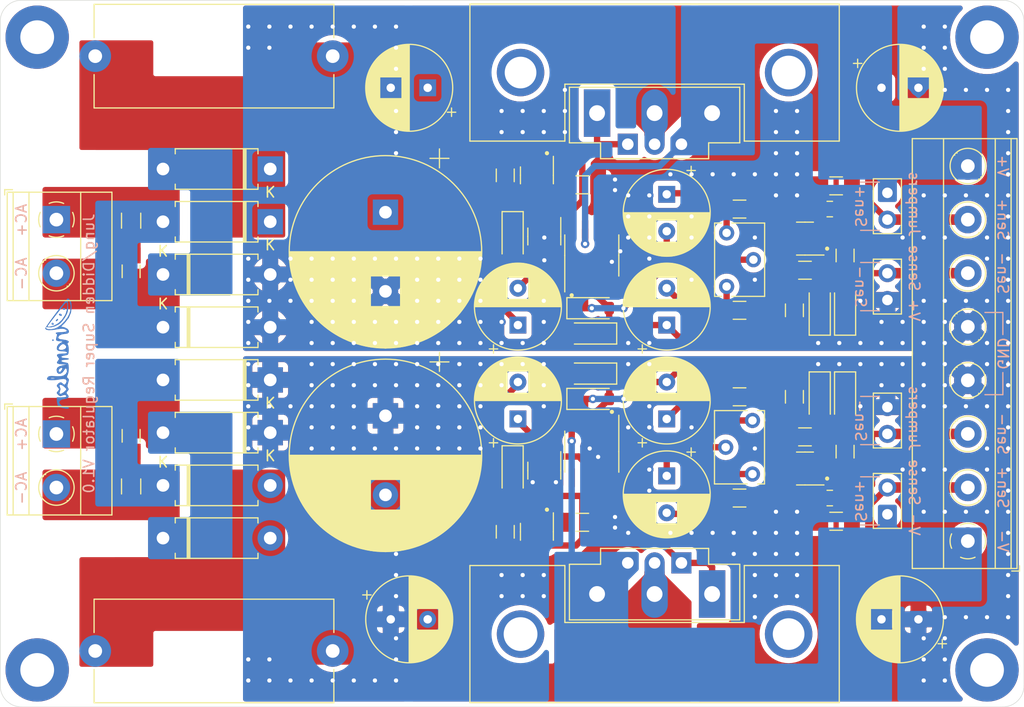
<source format=kicad_pcb>
(kicad_pcb (version 20221018) (generator pcbnew)
  (title_block (title "Jung/Didden Super Regulator") (date "2023-09-25") (rev "V1.0") (company "Laid out by Ariamelon (https://github.com/Ariamelon/JD_SuperReg)") (comment 1 "https://linearaudio.nl/superregs"))
  (layers (0 "F.Cu" signal) (31 "B.Cu" signal) (34 "B.Paste" user) (35 "F.Paste" user) (36 "B.SilkS" user "B.Silkscreen") (37 "F.SilkS" user "F.Silkscreen") (38 "B.Mask" user) (39 "F.Mask" user) (44 "Edge.Cuts" user))
  (net 0 "")
  (net 1 "Net-(C1-Pad2)")
  (net 2 "Net-(D1-A)")
  (net 3 "Net-(D4-K)")
  (net 4 "Net-(C2-Pad2)")
  (net 5 "GND")
  (net 6 "Net-(D1-K)")
  (net 7 "Net-(D2-A)")
  (net 8 "Net-(D3-K)")
  (net 9 "Net-(D3-A)")
  (net 16 "VCC")
  (net 17 "VEE")
  (net 18 "Net-(D15-A)")
  (net 19 "Net-(D16-A)")
  (net 20 "Net-(Q6-B)")
  (net 21 "Net-(Q5-B)")
  (net 22 "Net-(Q1A-E1)")
  (net 23 "Net-(Q1A-B1)")
  (net 24 "Net-(Q2A-E1)")
  (net 25 "Net-(Q2A-B1)")
  (net 26 "Net-(Q1B-E2)")
  (net 27 "Net-(Q9A-E1)")
  (net 28 "Net-(Q9A-B1)")
  (net 29 "Net-(Q10A-E1)")
  (net 30 "Net-(Q10A-B1)")
  (net 31 "Net-(D9-A)")
  (net 32 "Net-(D9-K)")
  (net 33 "Net-(D10-A)")
  (net 34 "Net-(D10-K)")
  (net 35 "Net-(D11-A)")
  (net 36 "Net-(D12-A)")
  (net 37 "Net-(J3-Pin_7)")
  (net 38 "Net-(J3-Pin_2)")
  (net 39 "Net-(Q2B-E2)")
  (net 40 "Net-(D18-A)")
  (net 41 "Net-(D17-A)")
  (net 42 "Net-(D15-K)")
  (net 43 "Net-(D17-K)")
  (net 44 "Net-(D12-K)")
  (net 45 "Net-(D11-K)")
  (net 46 "Net-(R15-Pad2)")
  (net 47 "Net-(R16-Pad1)")
  (net 48 "Net-(R17-Pad2)")
  (net 49 "Net-(R18-Pad1)")
  (net 50 "Net-(Q9B-E2)")
  (net 51 "Net-(Q10B-E2)")
  (footprint "Resistor_SMD:R_MiniMELF_MMA-0204" (layer "F.Cu") (at 125.55 65.6 180)
    (fp_text reference "R17" hide)
    (fp_text value "560" hide)
  )
  (footprint "Resistor_SMD:R_MiniMELF_MMA-0204" (layer "F.Cu") (at 125.55 75.2)
    (fp_text reference "R18" hide)
    (fp_text value "560" hide)
  )
  (footprint "Resistor_SMD:R_MiniMELF_MMA-0204" (layer "F.Cu") (at 134.7 77.4)
    (fp_text reference "R10" hide)
    (fp_text value "120" hide)
  )
  (footprint "Capacitor_THT:CP_Radial_D8.0mm_P3.50mm" (layer "F.Cu") (at 96 36.3 180)
    (fp_text reference "C5" hide)
    (fp_text value "150u" hide)
  )
  (footprint "Diode_THT:D_DO-15_P10.16mm_Horizontal" (layer "F.Cu") (at 70.92 74)
    (fp_text reference "D4" hide)
    (fp_text value "SBYV27" hide)
  )
  (footprint "Ariamelon-Misc:Heatsink" (layer "F.Cu") (at 117.5 34.855)
    (fp_text reference "HS2" hide)
    (fp_text value "Heatsink" hide)
  )
  (footprint "Resistor_SMD:R_MiniMELF_MMA-0204" (layer "F.Cu") (at 103.349999 78.399999 -90)
    (fp_text reference "R6" hide)
    (fp_text value "120" hide)
  )
  (footprint "Ariamelon-HolePad:MountingHole_3.2mm_M3_Pad" (layer "F.Cu") (at 59 91.5)
    (fp_text reference "H2" hide)
    (fp_text value "M3" hide)
  )
  (footprint "Ariamelon-Device:C_1206_3216Metric" (layer "F.Cu") (at 67.9 74.1 90)
    (fp_text reference "C2" hide)
    (fp_text value "100n" hide)
  )
  (footprint "Capacitor_THT:CP_Radial_D8.0mm_P3.50mm" (layer "F.Cu") (at 118.65 67.7 90)
    (fp_text reference "C12" hide)
    (fp_text value "150u" hide)
  )
  (footprint "Resistor_SMD:R_MiniMELF_MMA-0204" (layer "F.Cu") (at 134.7 45.6)
    (fp_text reference "R9" hide)
    (fp_text value "120" hide)
  )
  (footprint "Resistor_SMD:R_MiniMELF_MMA-0204" (layer "F.Cu") (at 135.55 70.8 -90)
    (fp_text reference "R14" hide)
    (fp_text value "10K" hide)
  )
  (footprint "Ariamelon-Package:SOT-23-6" (layer "F.Cu") (at 106.35 78.399999 -90)
    (fp_text reference "Q2" hide)
    (fp_text value "BCM847DS" hide)
  )
  (footprint "Ariamelon-Header:PinHeader_1x02_P2.54mm_Vertical_Jumper" (layer "F.Cu") (at 139.56 66.58)
    (fp_text reference "J6" hide)
    (fp_text value "V-_Sen+_Jumper" hide)
  )
  (footprint "Potentiometer_THT:Potentiometer_Bourns_3266W_Vertical" (layer "F.Cu") (at 124.325 50.06 90)
    (fp_text reference "RV1" hide)
    (fp_text value "1k" hide)
  )
  (footprint "Ariamelon-Package:TO-220-3_TO-247_Combined_Vertical" (layer "F.Cu") (at 117.5 38.7)
    (fp_text reference "Q3" hide)
    (fp_text value "BDW93C" hide)
  )
  (footprint "Resistor_SMD:R_MiniMELF_MMA-0204" (layer "F.Cu") (at 110.65 77.5)
    (fp_text reference "R4" hide)
    (fp_text value "10K" hide)
  )
  (footprint "Ariamelon-Package:SOT-23-6" (layer "F.Cu") (at 131.75 50.6 180)
    (fp_text reference "Q9" hide)
    (fp_text value "BCM857DS" hide)
  )
  (footprint "Capacitor_THT:CP_Radial_D8.0mm_P3.50mm" (layer "F.Cu") (at 118.65 58.8 90)
    (fp_text reference "C11" hide)
    (fp_text value "150u" hide)
  )
  (footprint "Resistor_SMD:R_MiniMELF_MMA-0204" (layer "F.Cu") (at 135.55 52.2 -90)
    (fp_text reference "R13" hide)
    (fp_text value "10K" hide)
  )
  (footprint "Diode_THT:D_DO-15_P10.16mm_Horizontal" (layer "F.Cu") (at 70.92 59)
    (fp_text reference "D5" hide)
    (fp_text value "SBYV27" hide)
  )
  (footprint "Resistor_SMD:R_MiniMELF_MMA-0204" (layer "F.Cu") (at 67.9 69.3 90)
    (fp_text reference "R2" hide)
    (fp_text value "10" hide)
  )
  (footprint "Capacitor_THT:CP_Radial_D8.0mm_P3.50mm" (layer "F.Cu") (at 142.5 86.7 180)
    (fp_text reference "C10" hide)
    (fp_text value "150u" hide)
  )
  (footprint "Capacitor_THT:CP_Radial_D8.0mm_P3.50mm" (layer "F.Cu") (at 139 36.3)
    (fp_text reference "C9" hide)
    (fp_text value "150u" hide)
  )
  (footprint "Capacitor_THT:CP_Radial_D18.0mm_P7.50mm" (layer "F.Cu") (at 92 48.099998 -90)
    (fp_text reference "C3" hide)
    (fp_text value "4700u" hide)
  )
  (footprint "Resistor_SMD:R_MiniMELF_MMA-0204" (layer "F.Cu") (at 131.75 69.4)
    (fp_text reference "R12" hide)
    (fp_text value "120" hide)
  )
  (footprint "Capacitor_THT:CP_Radial_D8.0mm_P3.50mm" (layer "F.Cu") (at 118.65 73.1 -90)
    (fp_text reference "C14" hide)
    (fp_text value "150u" hide)
  )
  (footprint "Diode_SMD:D_SOD-123" (layer "F.Cu") (at 135.55 65.599999 -90)
    (fp_text reference "D17" hide)
    (fp_text value "9V1" hide)
  )
  (footprint "Diode_SMD:D_SOD-123" (layer "F.Cu") (at 135.55 57.4 90)
    (fp_text reference "D16" hide)
    (fp_text value "9V1" hide)
  )
  (footprint "Ariamelon-HolePad:MountingHole_3.2mm_M3_Pad" (layer "F.Cu") (at 149 31.5)
    (fp_text reference "H3" hide)
    (fp_text value "M3" hide)
  )
  (footprint "Resistor_SMD:R_MiniMELF_MMA-0204" (layer "F.Cu") (at 110.65 45.500002)
    (fp_text reference "R3" hide)
    (fp_text value "10K" hide)
  )
  (footprint "Ariamelon-Connector:TerminalBlock_Phoenix_MKDS-1,5-8-5.08_1x08_P5.08mm_Horizontal" (layer "F.Cu") (at 147.18 79.28 90)
    (fp_text reference "J3" hide)
    (fp_text value "Out" hide)
  )
  (footprint "Ariamelon-Header:PinHeader_1x02_P2.54mm_Vertical_Jumper" (layer "F.Cu") (at 139.56 53.88)
    (fp_text reference "J5" hide)
    (fp_text value "V+_Sen-_Jumper" hide)
  )
  (footprint "Diode_SMD:D_SOD-123" (layer "F.Cu") (at 133.15 57.4 90)
    (fp_text reference "D15" hide)
    (fp_text value "9V1" hide)
  )
  (footprint "Diode_SMD:D_SOD-123" (layer "F.Cu") (at 111.55 63.4 180)
    (fp_text reference "D12" hide)
    (fp_text value "4148" hide)
  )
  (footprint "Resistor_SMD:R_MiniMELF_MMA-0204" (layer "F.Cu") (at 131.75 53.6)
    (fp_text reference "R11" hide)
    (fp_text value "120" hide)
  )
  (footprint "Ariamelon-Package:SOT-23-3" (layer "F.Cu") (at 107.049998 50.4 -90)
    (fp_text reference "Q5" hide)
    (fp_text value "MMBT5087" hide)
  )
  (footprint "Diode_SMD:D_SOD-123" (layer "F.Cu") (at 104.05 50.4 -90)
    (fp_text reference "D9" hide)
    (fp_text value "9V1" hide)
  )
  (footprint "Ariamelon-Package:SOT-23-6" (layer "F.Cu") (at 131.75 72.4 180)
    (fp_text reference "Q10" hide)
    (fp_text value "BCM847DS" hide)
  )
  (footprint "Ariamelon-Device:C_0805_2012Metric" (layer "F.Cu") (at 134.1 75.2)
    (fp_text reference "C16" hide)
    (fp_text value "100p" hide)
  )
  (footprint "Diode_THT:D_DO-15_P10.16mm_Horizontal" (layer "F.Cu") (at 70.92 79)
    (fp_text reference "D3" hide)
    (fp_text value "SBYV27" hide)
  )
  (footprint "Ariamelon-HolePad:MountingHole_3.2mm_M3_Pad" (layer "F.Cu") (at 59 31.5)
    (fp_text reference "H1" hide)
    (fp_text value "M3" hide)
  )
  (footprint "Ariamelon-Package:SOIC-8_3.9x4.9mm_P1.27mm" (layer "F.Cu") (at 111.55 70.8 -90)
    (fp_text reference "U2" hide)
    (fp_text value "ADA4522" hide)
  )
  (footprint "Potentiometer_THT:Potentiometer_Bourns_3266W_Vertical" (layer "F.Cu") (at 126.775 72.925 -90)
    (fp_text reference "RV2" hide)
    (fp_text value "1k" hide)
  )
  (footprint "Ariamelon-Header:PinHeader_1x02_P2.54mm_Vertical_Jumper" (layer "F.Cu") (at 139.56 74.2)
    (fp_text reference "J7" hide)
    (fp_text value "V-_Sen-_Jumper" hide)
  )
  (footprint "Fuse:Fuseholder_Cylinder-5x20mm_Schurter_0031_8201_Horizontal_Open" (layer "F.Cu") (at 64.5 33.3)
    (fp_text reference "F1" hide)
    (fp_text value "Fuse_Small" hide)
  )
  (footprint "Ariamelon-Misc:Heatsink" (layer "F.Cu") (at 117.5 88.1 180)
    (fp_text reference "HS1" hide)
    (fp_text value "Heatsink" hide)
  )
  (footprint "Resistor_SMD:R_MiniMELF_MMA-0204" (layer "F.Cu") (at 67.9 53.7 -90)
    (fp_text reference "R1" hide)
    (fp_text value "10" hide)
  )
  (footprint "Resistor_SMD:R_MiniMELF_MMA-0204" (layer "F.Cu") (at 130.75 57.4 -90)
    (fp_text reference "R7" hide)
    (fp_text value "10K" hide)
  )
  (footprint "Diode_SMD:D_SOD-123" (layer "F.Cu") (at 111.55 59.6 180)
    (fp_text reference "D13" hide)
    (fp_text value "4148" hide)
  )
  (footprint "Diode_THT:D_DO-15_P10.16mm_Horizontal" (layer "F.Cu") (at 81.08 49 180)
    (fp_text reference "D1" hide)
    (fp_text value "SBYV27" hide)
  )
  (footprint "Ariamelon-Header:PinHeader_1x02_P2.54mm_Vertical_Jumper" (layer "F.Cu") (at 139.56 46.26)
    (fp_text reference "J4" hide)
    (fp_text value "V+_Sen+_Jumper" hide)
  )
  (footprint "Ariamelon-Package:SOT-23-6" (layer "F.Cu") (at 106.35 44.600001 -90)
    (fp_text reference "Q1" hide)
    (fp_text value "BCM857DS" hide)
  )
  (footprint "Diode_THT:D_DO-15_P10.16mm_Horizontal" (layer "F.Cu") (at 70.92 54)
    (fp_text reference "D6" hide)
    (fp_text value "SBYV27" hide)
  )
  (footprint "Diode_THT:D_DO-15_P10.16mm_Horizontal" (layer "F.Cu") (at 81.08 44 180)
    (fp_text reference "D2" hide)
    (fp_text value "SBYV27" hide)
  )
  (footprint "Capacitor_THT:CP_Radial_D18.0mm_P7.50mm" (layer "F.Cu") (at 92 67.399998 -90)
    (fp_text reference "C4" hide)
    (fp_text value "4700u" hide)
  )
  (footprint "Capacitor_THT:CP_Radial_D8.0mm_P3.50mm" (layer "F.Cu") (at 92.5 86.7)
    (fp_text reference "C6" hide)
    (fp_text value "150u" hide)
  )
  (footprint "Diode_THT:D_DO-15_P10.16mm_Horizontal" (layer "F.Cu") (at 81.08 64 180)
    (fp_text reference "D8" hide)
    (fp_text value "SBYV27" hide)
  )
  (footprint "Resistor_SMD:R_MiniMELF_MMA-0204" (layer "F.Cu") (at 125.55 47.8 180)
    (fp_text reference "R15" hide)
    (fp_text value "560" hide)
  )
  (footprint "Ariamelon-Device:C_0805_2012Metric" (layer "F.Cu") (at 134.1 47.8)
    (fp_text reference "C15" hide)
    (fp_text value "100p" hide)
  )
  (footprint "TerminalBlock_Phoenix:TerminalBlock_Phoenix_MKDS-1,5-2-5.08_1x02_P5.08mm_Horizontal" (layer "F.Cu") (at 60.82 69.125 -90)
    (fp_text reference "J2" hide)
    (fp_text value "V-_In" hide)
  )
  (footprint "Ariamelon-HolePad:MountingHole_3.2mm_M3_Pad" (layer "F.Cu") (at 149 91.5)
    (fp_text reference "H4" hide)
    (fp_text value "M3" hide)
  )
  (footprint "Diode_SMD:D_SOD-123" (layer "F.Cu") (at 133.15 65.6 -90)
    (fp_text reference "D18" hide)
    (fp_text value "9V1" hide)
  )
  (footprint "Ariamelon-Package:TO-220-3_TO-247_Combined_Vertical" (layer "F.Cu") (at 117.5 84.3 180)
    (fp_text reference "Q4" hide)
    (fp_text value "BDW94C" hide)
  )
  (footprint "Fuse:Fuseholder_Cylinder-5x20mm_Schurter_0031_8201_Horizontal_Open" (layer "F.Cu") (at 64.5 89.7)
    (fp_text reference "F2" hide)
    (fp_text value "Fuse_Small" hide)
  )
  (footprint "Capacitor_THT:CP_Radial_D8.0mm_P3.50mm" (layer "F.Cu") (at 104.55 67.7 90)
    (fp_text reference "C8" hide)
    (fp_text value "150u" hide)
  )
  (footprint "Resistor_SMD:R_MiniMELF_MMA-0204" (layer "F.Cu") (at 130.75 65.6 -90)
    (fp_text reference "R8" hide)
    (fp_text value "10K" hide)
  )
  (footprint "Diode_SMD:D_SOD-123" (layer "F.Cu") (at 111.55 57.2)
    (fp_text reference "D11" hide)
    (fp_text value "4148" hide)
  )
  (footprint "Diode_THT:D_DO-15_P10.16mm_Horizontal" (layer "F.Cu") (at 81.08 69 180)
    (fp_text reference "D7" hide)
    (fp_text value "SBYV27" hide)
  )
  (footprint "Ariamelon-Device:C_1206_3216Metric" (layer "F.Cu") (at 67.9 48.9 -90)
    (fp_text reference "C1" hide)
    (fp_text value "100n" hide)
  )
  (footprint "Resistor_SMD:R_MiniMELF_MMA-0204" (layer "F.Cu") (at 125.55 57.4)
    (fp_text reference "R16" hide)
    (fp_text value "560" hide)
  )
  (footprint "Ariamelon-Package:SOIC-8_3.9x4.9mm_P1.27mm" (layer "F.Cu") (at 111.55 52.2 90)
    (fp_text reference "U1" hide)
    (fp_text value "ADA4522" hide)
  )
  (footprint "Capacitor_THT:CP_Radial_D8.0mm_P3.50mm" (layer "F.Cu") (at 118.65 46.4 -90)
    (fp_text reference "C13" hide)
    (fp_text value "150u" hide)
  )
  (footprint "TerminalBlock_Phoenix:TerminalBlock_Phoenix_MKDS-1,5-2-5.08_1x02_P5.08mm_Horizontal" (layer "F.Cu") (at 60.82 48.8 -90)
    (fp_text reference "J1" hide)
    (fp_text value "V+_In" hide)
  )
  (footprint "Resistor_SMD:R_MiniMELF_MMA-0204" (layer "F.Cu") (at 103.349999 44.6 -90)
    (fp_text reference "R5" hide)
    (fp_text value "120" hide)
  )
  (footprint "Capacitor_THT:CP_Radial_D8.0mm_P3.50mm" (layer "F.Cu") (at 104.55 58.8 90)
    (fp_text reference "C7" hide)
    (fp_text value "150u" hide)
  )
  (footprint "Diode_SMD:D_SOD-123" (layer "F.Cu") (at 111.55 65.8)
    (fp_text reference "D14" hide)
    (fp_text value "4148" hide)
  )
  (footprint "Diode_SMD:D_SOD-123" (layer "F.Cu") (at 104.05 72.6 -90)
    (fp_text reference "D10" hide)
    (fp_text value "9V1" hide)
  )
  (footprint "Ariamelon-Package:SOT-23-3" (layer "F.Cu") (at 107.05 72.6 -90)
    (fp_text reference "Q6" hide)
    (fp_text value "MMBT5089" hide)
  )
  (footprint "Ariamelon-Logo:Ariamelon_Logo_Small_CU" (layer "B.Cu") (at 61 61.5 -90)
    (fp_text reference "G***" hide)
    (fp_text value "LOGO" hide)
  )
  (gr_line (start 150.5 65.4) (end 150.5 63.3) (stroke (width 0.12)) (layer "B.SilkS"))
  (gr_line (start 137.02 77.756) (end 138.798 77.756) (stroke (width 0.12)) (layer "B.SilkS"))
  (gr_line (start 137.02 52.864) (end 138.798 52.864) (stroke (width 0.12)) (layer "B.SilkS"))
  (gr_line (start 137.02 57.436) (end 138.798 57.436) (stroke (width 0.12)) (layer "B.SilkS"))
  (gr_line (start 150.5 57.6) (end 148.8 57.6) (stroke (width 0.12)) (layer "B.SilkS"))
  (gr_line (start 137.02 73.184) (end 138.798 73.184) (stroke (width 0.12)) (layer "B.SilkS"))
  (gr_line (start 150.5 65.4) (end 148.8 65.4) (stroke (width 0.12)) (layer "B.SilkS"))
  (gr_line (start 137.02 70.136) (end 138.798 70.136) (stroke (width 0.12)) (layer "B.SilkS"))
  (gr_line (start 150.5 59.7) (end 150.5 57.6) (stroke (width 0.12)) (layer "B.SilkS"))
  (gr_line (start 137.02 45.244) (end 138.798 45.244) (stroke (width 0.12)) (layer "B.SilkS"))
  (gr_line (start 137.02 65.564) (end 138.798 65.564) (stroke (width 0.12)) (layer "B.SilkS"))
  (gr_line (start 137.02 49.816) (end 138.798 49.816) (stroke (width 0.12)) (layer "B.SilkS"))
  (gr_line (start 152.5 30) (end 152.5 93) (stroke (width 0.05)) (layer "Edge.Cuts"))
  (gr_line (start 150.5 95) (end 57.5 95) (stroke (width 0.05)) (layer "Edge.Cuts"))
  (gr_arc (start 57.5 95) (mid 56.085786 94.414214) (end 55.5 93) (stroke (width 0.05)) (layer "Edge.Cuts"))
  (gr_arc (start 55.5 30) (mid 56.085786 28.585786) (end 57.5 28) (stroke (width 0.05)) (layer "Edge.Cuts"))
  (gr_arc (start 150.5 28) (mid 151.914214 28.585786) (end 152.5 30) (stroke (width 0.05)) (layer "Edge.Cuts"))
  (gr_line (start 55.5 93) (end 55.5 30) (stroke (width 0.05)) (layer "Edge.Cuts"))
  (gr_arc (start 152.5 93) (mid 151.914214 94.414214) (end 150.5 95) (stroke (width 0.05)) (layer "Edge.Cuts"))
  (gr_line (start 57.5 28) (end 150.5 28) (stroke (width 0.05)) (layer "Edge.Cuts"))
  (gr_text "V+ Sense Jumpers" (at 142.100001 51.34 270) (layer "B.SilkS") (effects (font (size 1 1)) (justify mirror)))
  (gr_text "Sen+" (at 150.5 74.2 270) (layer "B.SilkS") (effects (font (size 1 1)) (justify mirror)))
  (gr_text "AC+" (at 57.5 69.18 90) (layer "B.SilkS") (effects (font (size 1 1)) (justify mirror)))
  (gr_text "AC-" (at 57.5 53.94 90) (layer "B.SilkS") (effects (font (size 1 1)) (justify mirror)))
  (gr_text "Sen-" (at 150.5 69.12 270) (layer "B.SilkS") (effects (font (size 1 1)) (justify mirror)))
  (gr_text "Sen-" (at 150.5 53.88 -90) (layer "B.SilkS") (effects (font (size 1 1)) (justify mirror)))
  (gr_text "V-" (at 150.5 79.28 270) (layer "B.SilkS") (effects (font (size 1 1)) (justify mirror)))
  (gr_text "AC+" (at 57.5 48.86 90) (layer "B.SilkS") (effects (font (size 1 1)) (justify mirror)))
  (gr_text "Sen-" (at 137.02 67.855 -90) (layer "B.SilkS") (effects (font (size 1 1)) (justify mirror)))
  (gr_text "Jung/Didden Super Regulator V1.0" (at 63.9 61.5 90) (layer "B.SilkS") (effects (font (size 1 1)) (justify mirror)))
  (gr_text "V+" (at 150.5 43.72 -90) (layer "B.SilkS") (effects (font (size 1 1)) (justify mirror)))
  (gr_text "Sen-" (at 137.02 55.155 -90) (layer "B.SilkS") (effects (font (size 1 1)) (justify mirror)))
  (gr_text "AC-" (at 57.5 74.26 90) (layer "B.SilkS") (effects (font (size 1 1)) (justify mirror)))
  (gr_text "GND" (at 150.5 61.5 -90) (layer "B.SilkS") (effects (font (size 1 1)) (justify mirror)))
  (gr_text "Sen+" (at 150.5 48.8 -90) (layer "B.SilkS") (effects (font (size 1 1)) (justify mirror)))
  (gr_text "Sen+" (at 137.02 75.475 -90) (layer "B.SilkS") (effects (font (size 1 1)) (justify mirror)))
  (gr_text "Sen+" (at 137.02 47.535 -90) (layer "B.SilkS") (effects (font (size 1 1)) (justify mirror)))
  (gr_text "V- Sense Jumpers" (at 142.100001 71.66 270) (layer "B.SilkS") (effects (font (size 1 1)) (justify mirror)))
  (segment (start 107.049998 52.655) (end 107.049998 51.6) (width 0.6) (layer "F.Cu") (net 5))
  (segment (start 107.049998 50.500002) (end 107.05 50.5) (width 0.6) (layer "F.Cu") (net 5))
  (segment (start 107.049998 51.6) (end 107.049998 50.500002) (width 0.6) (layer "F.Cu") (net 5))
  (via (at 113.45 52.8) (size 0.8) (drill 0.4) (layers "F.Cu" "B.Cu") (net 5))
  (via (at 99 52.5) (size 0.8) (drill 0.4) (layers "F.Cu" "B.Cu") (net 5))
  (via (at 143 60.5) (size 0.8) (drill 0.4) (layers "F.Cu" "B.Cu") (net 5))
  (via (at 97 68.5) (size 0.8) (drill 0.4) (layers "F.Cu" "B.Cu") (net 5))
  (via (at 95 64.5) (size 0.8) (drill 0.4) (layers "F.Cu" "B.Cu") (net 5))
  (via (at 81 56.5) (size 0.8) (drill 0.4) (layers "F.Cu" "B.Cu") (net 5))
  (via (at 114.25 51.8) (size 0.8) (drill 0.4) (layers "F.Cu" "B.Cu") (net 5))
  (via (at 121 48.5) (size 0.8) (drill 0.4) (layers "F.Cu" "B.Cu") (net 5))
  (via (at 105 38.5) (size 0.8) (drill 0.4) (layers "F.Cu" "B.Cu") (net 5))
  (via (at 151 36.5) (size 0.8) (drill 0.4) (layers "F.Cu" "B.Cu") (net 5))
  (via (at 93 80.5) (size 0.8) (drill 0.4) (layers "F.Cu" "B.Cu") (net 5))
  (via (at 79 90.5) (size 0.8) (drill 0.4) (layers "F.Cu" "B.Cu") (net 5))
  (via (at 129 38.5) (size 0.8) (drill 0.4) (layers "F.Cu" "B.Cu") (net 5))
  (via (at 85 64.5) (size 0.8) (drill 0.4) (layers "F.Cu" "B.Cu") (net 5))
  (via (at 99 64.5) (size 0.8) (drill 0.4) (layers "F.Cu" "B.Cu") (net 5))
  (via (at 121 68.5) (size 0.8) (drill 0.4) (layers "F.Cu" "B.Cu") (net 5))
  (via (at 79 70.5) (size 0.8) (drill 0.4) (layers "F.Cu" "B.Cu") (net 5))
  (via (at 129 84.5) (size 0.8) (drill 0.4) (layers "F.Cu" "B.Cu") (net 5))
  (via (at 149 60.5) (size 0.8) (drill 0.4) (layers "F.Cu" "B.Cu") (net 5))
  (via (at 137 60.5) (size 0.8) (drill 0.4) (layers "F.Cu" "B.Cu") (net 5))
  (via (at 131 46.5) (size 0.8) (drill 0.4) (layers "F.Cu" "B.Cu") (net 5))
  (via (at 151 62.5) (size 0.8) (drill 0.4) (layers "F.Cu" "B.Cu") (net 5))
  (via (at 89 62.5) (size 0.8) (drill 0.4) (layers "F.Cu" "B.Cu") (net 5))
  (via (at 93 88.5) (size 0.8) (drill 0.4) (layers "F.Cu" "B.Cu") (net 5))
  (via (at 89 52.5) (size 0.8) (drill 0.4) (layers "F.Cu" "B.Cu") (net 5))
  (via (at 115 48.5) (size 0.8) (drill 0.4) (layers "F.Cu" "B.Cu") (net 5))
  (via (at 93 38.5) (size 0.8) (drill 0.4) (layers "F.Cu" "B.Cu") (net 5))
  (via (at 151 82.5) (size 0.8) (drill 0.4) (layers "F.Cu" "B.Cu") (net 5))
  (via (at 149 50.5) (size 0.8) (drill 0.4) (layers "F.Cu" "B.Cu") (net 5))
  (via (at 143 46.5) (size 0.8) (drill 0.4) (layers "F.Cu" "B.Cu") (net 5))
  (via (at 149 36.5) (size 0.8) (drill 0.4) (layers "F.Cu" "B.Cu") (net 5))
  (via (at 117 68.5) (size 0.8) (drill 0.4) (layers "F.Cu" "B.Cu") (net 5))
  (via (at 93 58.5) (size 0.8) (drill 0.4) (layers "F.Cu" "B.Cu") (net 5))
  (via (at 141 58.5) (size 0.8) (drill 0.4) (layers "F.Cu" "B.Cu") (net 5))
  (via (at 151 58.5) (size 0.8) (drill 0.4) (layers "F.Cu" "B.Cu") (net 5))
  (via (at 107 62.5) (size 0.8) (drill 0.4) (layers "F.Cu" "B.Cu") (net 5))
  (via (at 147 56.5) (size 0.8) (drill 0.4) (layers "F.Cu" "B.Cu") (net 5))
  (via (at 151 42.5) (size 0.8) (drill 0.4) (layers "F.Cu" "B.Cu") (net 5))
  (via (at 97 70.5) (size 0.8) (drill 0.4) (layers "F.Cu" "B.Cu") (net 5))
  (via (at 89 64.5) (size 0.8) (drill 0.4) (layers "F.Cu" "B.Cu") (net 5))
  (via (at 95 60.5) (size 0.8) (drill 0.4) (layers "F.Cu" "B.Cu") (net 5))
  (via (at 145 62.5) (size 0.8) (drill 0.4) (layers "F.Cu" "B.Cu") (net 5))
  (via (at 87 68.5) (size 0.8) (drill 0.4) (layers "F.Cu" "B.Cu") (net 5))
  (via (at 87 56.5) (size 0.8) (drill 0.4) (layers "F.Cu" "B.Cu") (net 5))
  (via (at 149 76.5) (size 0.8) (drill 0.4) (layers "F.Cu" "B.Cu") (net 5))
  (via (at 101 66.5) (size 0.8) (drill 0.4) (layers "F.Cu" "B.Cu") (net 5))
  (via (at 133 62.5) (size 0.8) (drill 0.4) (layers "F.Cu" "B.Cu") (net 5))
  (via (at 81 30.5) (size 0.8) (drill 0.4) (layers "F.Cu" "B.Cu") (net 5))
  (via (at 141 60.5) (size 0.8) (drill 0.4) (layers "F.Cu" "B.Cu") (net 5))
  (via (at 91 62.5) (size 0.8) (drill 0.4) (layers "F.Cu" "B.Cu") (net 5))
  (via (at 95 68.5) (size 0.8) (drill 0.4) (layers "F.Cu" "B.Cu") (net 5))
  (via (at 107.049998 52.655) (size 0.8) (drill 0.4) (layers "F.Cu" "B.Cu") (net 5))
  (via (at 79 52.5) (size 0.8) (drill 0.4) (layers "F.Cu" "B.Cu") (net 5))
  (via (at 131 42.5) (size 0.8) (drill 0.4) (layers "F.Cu" "B.Cu") (net 5))
  (via (at 85 92.5) (size 0.8) (drill 0.4) (layers "F.Cu" "B.Cu") (net 5))
  (via (at 89 70.5) (size 0.8) (drill 0.4) (layers "F.Cu" "B.Cu") (net 5))
  (via (at 113.75 78) (size 0.8) (drill 0.4) (layers "F.Cu" "B.Cu") (net 5))
  (via (at 127 84.5) (size 0.8) (drill 0.4) (layers "F.Cu" "B.Cu") (net 5))
  (via (at 105 40.5) (size 0.8) (drill 0.4) (layers "F.Cu" "B.Cu") (net 5))
  (via (at 93 64.5) (size 0.8) (drill 0.4) (layers "F.Cu" "B.Cu") (net 5))
  (via (at 151 44.5) (size 0.8) (drill 0.4) (layers "F.Cu" "B.Cu") (net 5))
  (via (at 87 62.5) (size 0.8) (drill 0.4) (layers "F.Cu" "B.Cu") (net 5))
  (via (at 149 72.5) (size 0.8) (drill 0.4) (layers "F.Cu" "B.Cu") (net 5))
  (via (at 101 64.5) (size 0.8) (drill 0.4) (layers "F.Cu" "B.Cu") (net 5))
  (via (at 85 62.5) (size 0.8) (drill 0.4) (layers "F.Cu" "B.Cu") (net 5))
  (via (at 117 72.5) (size 0.8) (drill 0.4) (layers "F.Cu" "B.Cu") (net 5))
  (via (at 85 52.5) (size 0.8) (drill 0.4) (layers "F.Cu" "B.Cu") (net 5))
  (via (at 129 78.5) (size 0.8) (drill 0.4) (layers "F.Cu" "B.Cu") (net 5))
  (via (at 145 36.5) (size 0.8) (drill 0.4) (layers "F.Cu" "B.Cu") (net 5))
  (via (at 143 50.5) (size 0.8) (drill 0.4) (layers "F.Cu" "B.Cu") (net 5))
  (via (at 131 44.5) (size 0.8) (drill 0.4) (layers "F.Cu" "B.Cu") (net 5))
  (via (at 145 46.5) (size 0.8) (drill 0.4) (layers "F.Cu" "B.Cu") (net 5))
  (via (at 113.75 45.000002) (size 0.8) (drill 0.4) (layers "F.Cu" "B.Cu") (net 5))
  (via (at 151 78.5) (size 0.8) (drill 0.4) (layers "F.Cu" "B.Cu") (net 5))
  (via (at 129 82.5) (size 0.8) (drill 0.4) (layers "F.Cu" "B.Cu") (net 5))
  (via (at 87 64.5) (size 0.8) (drill 0.4) (layers "F.Cu" "B.Cu") (net 5))
  (via (at 81 92.5) (size 0.8) (drill 0.4) (layers "F.Cu" "B.Cu") (net 5))
  (via (at 119 78.5) (size 0.8) (drill 0.4) (layers "F.Cu" "B.Cu") (net 5))
  (via (at 127 70.5) (size 0.8) (drill 0.4) (layers "F.Cu" "B.Cu") (net 5))
  (via (at 145 60.5) (size 0.8) (drill 0.4) (layers "F.Cu" "B.Cu") (net 5))
  (via (at 91 60.5) (size 0.8) (drill 0.4) (layers "F.Cu" "B.Cu") (net 5))
  (via (at 101 62.5) (size 0.8) (drill 0.4) (layers "F.Cu" "B.Cu") (net 5))
  (via (at 81 32.5) (size 0.8) (drill 0.4) (layers "F.Cu" "B.Cu") (net 5))
  (via (at 147 86.5) (size 0.8) (drill 0.4) (layers "F.Cu" "B.Cu") (net 5))
  (via (at 111.35 70.5) (size 0.8) (drill 0.4) (layers "F.Cu" "B.Cu") (net 5))
  (via (at 115 46.5) (size 0.8) (drill 0.4) (layers "F.Cu" "B.Cu") (net 5))
  (via (at 125 78.5) (size 0.8) (drill 0.4) (layers "F.Cu" "B.Cu") (net 5))
  (via (at 151 72.5) (size 0.8) (drill 0.4) (layers "F.Cu" "B.Cu") (net 5))
  (via (at 145 58.5) (size 0.8) (drill 0.4) (layers "F.Cu" "B.Cu") (net 5))
  (via (at 115 50.5) (size 0.8) (drill 0.4) (layers "F.Cu" "B.Cu") (net 5))
  (via (at 107 56.5) (size 0.8) (drill 0.4) (layers "F.Cu" "B.Cu") (net 5))
  (via (at 91 58.5) (size 0.8) (drill 0.4) (layers "F.Cu" "B.Cu") (net 5))
  (via (at 99 66.5) (size 0.8) (drill 0.4) (layers "F.Cu" "B.Cu") (net 5))
  (via (at 139 58.5) (size 0.8) (drill 0.4) (layers "F.Cu" "B.Cu") (net 5))
  (via (at 85 66.5) (size 0.8) (drill 0.4) (layers "F.Cu" "B.Cu") (net 5))
  (via (at 127 86.5) (size 0.8) (drill 0.4) (layers "F.Cu" "B.Cu") (net 5))
  (via (at 121 54.5) (size 0.8) (drill 0.4) (layers "F.Cu" "B.Cu") (net 5))
  (via (at 79 68.5) (size 0.8) (drill 0.4) (layers "F.Cu" "B.Cu") (net 5))
  (via (at 141 50.5) (size 0.8) (drill 0.4) (layers "F.Cu" "B.Cu") (net 5))
  (via (at 151 60.5) (size 0.8) (drill 0.4) (layers "F.Cu" "B.Cu") (net 5))
  (via (at 139 64.5) (size 0.8) (drill 0.4) (layers "F.Cu" "B.Cu") (net 5))
  (via (at 143 64.5) (size 0.8) (drill 0.4) (layers "F.Cu" "B.Cu") (net 5))
  (via (at 149 70.5) (size 0.8) (drill 0.4) (layers "F.Cu" "B.Cu") (net 5))
  (via (at 115 60.5) (size 0.8) (drill 0.4) (layers "F.Cu" "B.Cu") (net 5))
  (via (at 143 72.5) (size 0.8) (drill 0.4) (layers "F.Cu" "B.Cu") (net 5))
  (via (at 83 56.5) (size 0.8) (drill 0.4) (layers "F.Cu" "B.Cu") (net 5))
  (via (at 149 52.5) (size 0.8) (drill 0.4) (layers "F.Cu" "B.Cu") (net 5))
  (via (at 143 76.5) (size 0.8) (drill 0.4) (layers "F.Cu" "B.Cu") (net 5))
  (via (at 117 62.5) (size 0.8) (drill 0.4) (layers "F.Cu" "B.Cu") (net 5))
  (via (at 143 34.5) (size 0.8) (drill 0.4) (layers "F.Cu" "B.Cu") (net 5))
  (via (at 95 52.5) (size 0.8) (drill 0.4) (layers "F.Cu" "B.Cu") (net 5))
  (via (at 115 68.5) (size 0.8) (drill 0.4) (layers "F.Cu" "B.Cu") (net 5))
  (via (at 95 56.5) (size 0.8) (drill 0.4) (layers "F.Cu" "B.Cu") (net 5))
  (via (at 85 60.5) (size 0.8) (drill 0.4) (layers "F.Cu" "B.Cu") (net 5))
  (via (at 93 30.5) (size 0.8) (drill 0.4) (layers "F.Cu" "B.Cu") (net 5))
  (via (at 99 56.5) (size 0.8) (drill 0.4) (layers "F.Cu" "B.Cu") (net 5))
  (via (at 95 54.5) (size 0.8) (drill 0.4) (layers "F.Cu" "B.Cu") (net 5))
  (via (at 143 56.5) (size 0.8) (drill 0.4) (layers "F.Cu" "B.Cu") (net 5))
  (via (at 131 38.5) (size 0.8) (drill 0.4) (layers "F.Cu" "B.Cu") (net 5))
  (via (at 101 68.5) (size 0.8) (drill 0.4) (layers "F.Cu" "B.Cu") (net 5))
  (via (at 125 44.5) (size 0.8) (drill 0.4) (layers "F.Cu" "B.Cu") (net 5))
  (via (at 151 64.5) (size 0.8) (drill 0.4) (layers "F.Cu" "B.Cu") (net 5))
  (via (at 115 62.5) (size 0.8) (drill 0.4) (layers "F.Cu" "B.Cu") (net 5))
  (via (at 85 58.5) (size 0.8) (drill 0.4) (layers "F.Cu" "B.Cu") (net 5))
  (via (at 101 60.5) (size 0.8) (drill 0.4) (layers "F.Cu" "B.Cu") (net 5))
  (via (at 143 30.5) (size 0.8) (drill 0.4) (layers "F.Cu" "B.Cu") (net 5))
  (via (at 97 62.5) (size 0.8) (drill 0.4) (layers "F.Cu" "B.Cu") (net 5))
  (via (at 143 32.5) (size 0.8) (drill 0.4) (layers "F.Cu" "B.Cu") (net 5))
  (via (at 109 38.5) (size 0.8) (drill 0.4) (layers "F.Cu" "B.Cu") (net 5))
  (via (at 117 46.5) (size 0.8) (drill 0.4) (layers "F.Cu" "B.Cu") (net 5))
  (via (at 115 78.5) (size 0.8) (drill 0.4) (layers "F.Cu" "B.Cu") (net 5))
  (via (at 137 62.5) (size 0.8) (drill 0.4) (layers "F.Cu" "B.Cu") (net 5))
  (via (at 127 78.5) (size 0.8) (drill 0.4) (layers "F.Cu" "B.Cu") (net 5))
  (via (at 151 54.5) (size 0.8) (drill 0.4) (layers "F.Cu" "B.Cu") (net 5))
  (via (at 145 64.5) (size 0.8) (drill 0.4) (layers "F.Cu" "B.Cu") (net 5))
  (via (at 93 90.5) (size 0.8) (drill 0.4) (layers "F.Cu" "B.Cu") (net 5))
  (via (at 141 72.5) (size 0.8) (drill 0.4) (layers "F.Cu" "B.Cu") (net 5))
  (via (at 135 60.5) (size 0.8) (drill 0.4) (layers "F.Cu" "B.Cu") (net 5))
  (via (at 108.15 73.7) (size 0.8) (drill 0.4) (layers "F.Cu" "B.Cu") (net 5))
  (via (at 145 30.5) (size 0.8) (drill 0.4) (layers "F.Cu" "B.Cu") (net 5))
  (via (at 145 34.5) (size 0.8) (drill 0.4) (layers "F.Cu" "B.Cu") (net 5))
  (via (at 151 66.5) (size 0.8) (drill 0.4) (layers "F.Cu" "B.Cu") (net 5))
  (via (at 145 32.5) (size 0.8) (drill 0.4) (layers "F.Cu" "B.Cu") (net 5))
  (via (at 79 56.5) (size 0.8) (drill 0.4) (layers "F.Cu" "B.Cu") (net 5))
  (via (at 79 32.5) (size 0.8) (drill 0.4) (layers "F.Cu" "B.Cu") (net 5))
  (via (at 91 52.5) (size 0.8) (drill 0.4) (layers "F.Cu" "B.Cu") (net 5))
  (via (at 97 60.5) (size 0.8) (drill 0.4) (layers "F.Cu" "B.Cu") (net 5))
  (via (at 105 82.5) (size 0.8) (drill 0.4) (layers "F.Cu" "B.Cu") (net 5))
  (via (at 127 80.5) (size 0.8) (drill 0.4) (layers "F.Cu" "B.Cu") (net 5))
  (via (at 95 70.5) (size 0.8) (drill 0.4) (layers "F.Cu" "B.Cu") (net 5))
  (via (at 107.05 50.5) (size 0.8) (drill 0.4) (layers "F.Cu" "B.Cu") (net 5))
  (via (at 129 40.5) (size 0.8) (drill 0.4) (layers "F.Cu" "B.Cu") (net 5))
  (via (at 109 36.5) (size 0.8) (drill 0.4) (layers "F.Cu" "B.Cu") (net 5))
  (via (at 99 60.5) (size 0.8) (drill 0.4) (layers "F.Cu" "B.Cu") (net 5))
  (via (at 123 44.5) (size 0.8) (drill 0.4) (layers "F.Cu" "B.Cu") (net 5))
  (via (at 83 54.5) (size 0.8) (drill 0.4) (layers "F.Cu" "B.Cu") (net 5))
  (via (at 109 40.5) (size 0.8) (drill 0.4) (layers "F.Cu" "B.Cu") (net 5))
  (via (at 131 84.5) (size 0.8) (drill 0.4) (layers "F.Cu" "B.Cu") (net 5))
  (via (at 103 58.5) (size 0.8) (drill 0.4) (layers "F.Cu" "B.Cu") (net 5))
  (via (at 131 80.5) (size 0.8) (drill 0.4) (layers "F.Cu" "B.Cu") (net 5))
  (via (at 131 40.5) (size 0.8) (drill 0.4) (layers "F.Cu" "B.Cu") (net 5))
  (via (at 119 44.5) (size 0.8) (drill 0.4) (layers "F.Cu" "B.Cu") (net 5))
  (via (at 107 82.5) (size 0.8) (drill 0.4) (layers "F.Cu" "B.Cu") (net 5))
  (via (at 151 70.5) (size 0.8) (drill 0.4) (layers "F.Cu" "B.Cu") (net 5))
  (via (at 81 90.5) (size 0.8) (drill 0.4) (layers "F.Cu" "B.Cu") (net 5))
  (via (at 93 70.5) (size 0.8) (drill 0.4) (layers "F.Cu" "B.Cu") (net 5))
  (via (at 93 40.5) (size 0.8) (drill 0.4) (layers "F.Cu" "B.Cu") (net 5))
  (via (at 151 40.5) (size 0.8) (drill 0.4) (layers "F.Cu" "B.Cu") (net 5))
  (via (at 151 46.5) (size 0.8) (drill 0.4) (layers "F.Cu" "B.Cu") (net 5))
  (via (at 99 68.5) (size 0.8) (drill 0.4) (layers "F.Cu" "B.Cu") (net 5))
  (via (at 143 58.5) (size 0.8) (drill 0.4) (layers "F.Cu" "B.Cu") (net 5))
  (via (at 139 60.5) (size 0.8) (drill 0.4) (layers "F.Cu" "B.Cu") (net 5))
  (via (at 85 54.5) (size 0.8) (drill 0.4) (layers "F.Cu" "B.Cu") (net 5))
  (via (at 129 76.5) (size 0.8) (drill 0.4) (layers "F.Cu" "B.Cu") (net 5))
  (via (at 141 64.5) (size 0.8) (drill 0.4) (layers "F.Cu" "B.Cu") (net 5))
  (via (at 133 60.5) (size 0.8) (drill 0.4) (layers "F.Cu" "B.Cu") (net 5))
  (via (at 127 50.5) (size 0.8) (drill 0.4) (layers "F.Cu" "B.Cu") (net 5))
  (via (at 129 42.5) (size 0.8) (drill 0.4) (layers "F.Cu" "B.Cu") (net 5))
  (via (at 93 82.5) (size 0.8) (drill 0.4) (layers "F.Cu" "B.Cu") (net 5))
  (via (at 97 56.5) (size 0.8) (drill 0.4) (layers "F.Cu" "B.Cu") (net 5))
  (via (at 137 66.5) (size 0.8) (drill 0.4) (layers "F.Cu" "B.Cu") (net 5))
  (via (at 93 34.5) (size 0.8) (drill 0.4) (layers "F.Cu" "B.Cu") (net 5))
  (via (at 127 44.5) (size 0.8) (drill 0.4) (layers "F.Cu" "B.Cu") (net 5))
  (via (at 147 46.5) (size 0.8) (drill 0.4) (layers "F.Cu" "B.Cu") (net 5))
  (via (at 97 54.5) (size 0.8) (drill 0.4) (layers "F.Cu" "B.Cu") (net 5))
  (via (at 145 88.5) (size 0.8) (drill 0.4) (layers "F.Cu" "B.Cu") (net 5))
  (via (at 89 54.5) (size 0.8) (drill 0.4) (layers "F.Cu" "B.Cu") (net 5))
  (via (at 121 78.5) (size 0.8) (drill 0.4) (layers "F.Cu" "B.Cu") (net 5))
  (via (at 125 80.5) (size 0.8) (drill 0.4) (layers "F.Cu" "B.Cu") (net 5))
  (via (at 87 30.5) (size 0.8) (drill 0.4) (layers "F.Cu" "B.Cu") (net 5))
  (via (at 99 62.5) (size 0.8) (drill 0.4) (layers "F.Cu" "B.Cu") (net 5))
  (via (at 103 62.5) (size 0.8) (drill 0.4) (layers "F.Cu" "B.Cu") (net 5))
  (via (at 93 84.5) (size 0.8) (drill 0.4) (layers "F.Cu" "B.Cu") (net 5))
  (via (at 101 70.5) (size 0.8) (drill 0.4) (layers "F.Cu" "B.Cu") (net 5))
  (via (at 87 66.5) (size 0.8) (drill 0.4) (layers "F.Cu" "B.Cu") (net 5))
  (via (at 89 68.5) (size 0.8) (drill 0.4) (layers "F.Cu" "B.Cu") (net 5))
  (via (at 107 84.5) (size 0.8) (drill 0.4) (layers "F.Cu" "B.Cu") (net 5))
  (via (at 145 92.5) (size 0.8) (drill 0.4) (layers "F.Cu" "B.Cu") (net 5))
  (via (at 95 58.5) (size 0.8) (drill 0.4) (layers "F.Cu" "B.Cu") (net 5))
  (via (at 83 52.5) (size 0.8) (drill 0.4) (layers "F.Cu" "B.Cu") (net 5))
  (via (at 97 58.5) (size 0.8) (drill 0.4) (layers "F.Cu" "B.Cu") (net 5))
  (via (at 105 62.5) (size 0.8) (drill 0.4) (layers "F.Cu" "B.Cu") (net 5))
  (via (at 147 76.5) (size 0.8) (drill 0.4) (layers "F.Cu" "B.Cu") (net 5))
  (via (at 151 52.5) (size 0.8) (drill 0.4) (layers "F.Cu" "B.Cu") (net 5))
  (via (at 151 56.5) (size 0.8) (drill 0.4) (layers "F.Cu" "B.Cu") (net 5))
  (via (at 95 62.5) (size 0.8) (drill 0.4) (layers "F.Cu" "B.Cu") (net 5))
  (via (at 79 92.5) (size 0.8) (drill 0.4) (layers "F.Cu" "B.Cu") (net 5))
  (via (at 91 92.5) (size 0.8) (drill 0.4) (layers "F.Cu" "B.Cu") (net 5))
  (via (at 107 58.5) (size 0.8) (drill 0.4) (layers "F.Cu" "B.Cu") (net 5))
  (via (at 145 90.5) (size 0.8) (drill 0.4) (layers "F.Cu" "B.Cu") (net 5))
  (via (at 149 46.5) (size 0.8) (drill 0.4) (layers "F.Cu" "B.Cu") (net 5))
  (via (at 89 30.5) (size 0.8) (drill 0.4) (layers "F.Cu" "B.Cu") (net 5))
  (via (at 127 82.5) (size 0.8) (drill 0.4) (layers "F.Cu" "B.Cu") (net 5))
  (via (at 87 52.5) (size 0.8) (drill 0.4) (layers "F.Cu" "B.Cu") (net 5))
  (via (at 131 76.5) (size 0.8) (drill 0.4) (layers "F.Cu" "B.Cu") (net 5))
  (via (at 117 66.5) (size 0.8) (drill 0.4) (layers "F.Cu" "B.Cu") (net 5))
  (via (at 113.75 77) (size 0.8) (drill 0.4) (layers "F.Cu" "B.Cu") (net 5))
  (via (at 79 58.5) (size 0.8) (drill 0.4) (layers "F.Cu" "B.Cu") (net 5))
  (via (at 97 64.5) (size 0.8) (drill 0.4) (layers "F.Cu" "B.Cu") (net 5))
  (via (at 89 58.5) (size 0.8) (drill 0.4) (layers "F.Cu" "B.Cu") (net 5))
  (via (at 105 60.5) (size 0.8) (drill 0.4) (layers "F.Cu" "B.Cu") (net 5))
  (via (at 105 84.5) (size 0.8) (drill 0.4) (layers "F.Cu" "B.Cu") (net 5))
  (via (at 103 60.5) (size 0.8) (drill 0.4) (layers "F.Cu" "B.Cu") (net 5))
  (via (at 139 62.5) (size 0.8) (drill 0.4) (layers "F.Cu" "B.Cu") (net 5))
  (via (at 147 36.5) (size 0.8) (drill 0.4) (layers "F.Cu" "B.Cu") (net 5))
  (via (at 85 56.5) (size 0.8) (drill 0.4) (layers "F.Cu" "B.Cu") (net 5))
  (via (at 151 50.5) (size 0.8) (drill 0.4) (layers "F.Cu" "B.Cu") (net 5))
  (via (at 95 66.5) (size 0.8) (drill 0.4) (layers "F.Cu" "B.Cu") (net 5))
  (via (at 149 86.5) (size 0.8) (drill 0.4) (layers "F.Cu" "B.Cu") (net 5))
  (via (at 103 82.5) (size 0.8) (drill 0.4) (layers "F.Cu" "B.Cu") (net 5))
  (via (at 93 42.5) (size 0.8) (drill 0.4) (layers "F.Cu" "B.Cu") (net 5))
  (via (at 101 52.5) (size 0.8) (drill 0.4) (layers "F.Cu" "B.Cu") (net 5))
  (via (at 135 62.5) (size 0.8) (drill 0.4) (layers "F.Cu" "B.Cu") (net 5))
  (via (at 112.15 71.3) (size 0.8) (drill 0.4) (layers "F.Cu" "B.Cu") (net 5))
  (via (at 145 50.5) (size 0.8) (drill 0.4) (layers "F.Cu" "B.Cu") (net 5))
  (via (at 129 44.5) (size 0.8) (drill 0.4) (layers "F.Cu" "B.Cu") (net 5))
  (via (at 87 70.5) (size 0.8) (drill 0.4) (layers "F.Cu" "B.Cu") (net 5))
  (via (at 91 64.5) (size 0.8) (drill 0.4) (layers "F.Cu" "B.Cu") (net 5))
  (via (at 121 50.5) (size 0.8) (drill 0.4) (layers "F.Cu" "B.Cu") (net 5))
  (via (at 137 56.5) (size 0.8) (drill 0.4) (layers "F.Cu" "B.Cu") (net 5))
  (via (at 91 30.5) (size 0.8) (drill 0.4) (layers "F.Cu" "B.Cu") (net 5))
  (via (at 113.75 46.000002) (size 0.8) (drill 0.4) (layers "F.Cu" "B.Cu") (net 5))
  (via (at 117 48.5) (size 0.8) (drill 0.4) (layers "F.Cu" "B.Cu") (net 5))
  (via (at 85 70.5) (size 0.8) (drill 0.4) (layers "F.Cu" "B.Cu") (net 5))
  (via (at 151 76.5) (size 0.8) (drill 0.4) (layers "F.Cu" "B.Cu") (net 5))
  (via (at 85 30.5) (size 0.8) (drill 0.4) (layers "F.Cu" "B.Cu") (net 5))
  (via (at 123 78.5) (size 0.8) (drill 0.4) (layers "F.Cu" "B.Cu") (net 5))
  (via (at 79 66.5) (size 0.8) (drill 0.4) (layers "F.Cu" "B.Cu") (net 5))
  (via (at 101 56.5) (size 0.8) (drill 0.4) (layers "F.Cu" "B.Cu") (net 5))
  (via (at 143 88.5) (size 0.8) (drill 0.4) (layers "F.Cu" "B.Cu") (net 5))
  (via (at 151 74.5) (size 0.8) (drill 0.4) (layers "F.Cu" "B.Cu") (net 5))
  (via (at 79 60.5) (size 0.8) (drill 0.4) (layers "F.Cu" "B.Cu") (net 5))
  (via (at 145 66.5) (size 0.8) (drill 0.4) (layers "F.Cu" "B.Cu") (net 5))
  (via (at 103 84.5) (size 0.8) (drill 0.4) (layers "F.Cu" "B.Cu") (net 5))
  (via (at 105.95 73.7) (size 0.8) (drill 0.4) (layers "F.Cu" "B.Cu") (net 5))
  (via (at 97 52.5) (size 0.8) (drill 0.4) (layers "F.Cu" "B.Cu") (net 5))
  (via (at 145 86.5) (size 0.8) (drill 0.4) (layers "F.Cu" "B.Cu") (net 5))
  (via (at 83 30.5) (size 0.8) (drill 0.4) (layers "F.Cu" "B.Cu") (net 5))
  (via (at 149 62.5) (size 0.8) (drill 0.4) (layers "F.Cu" "B.Cu") (net 5))
  (via (at 93 60.5) (size 0.8) (drill 0.4) (layers "F.Cu" "B.Cu") (net 5))
  (via (at 145 76.5) (size 0.8) (drill 0.4) (layers "F.Cu" "B.Cu") (net 5))
  (via (at 121 44.5) (size 0.8) (drill 0.4) (layers "F.Cu" "B.Cu") (net 5))
  (via (at 147 66.5) (size 0.8) (drill 0.4) (layers "F.Cu" "B.Cu") (net 5))
  (via (at 103 64.5) (size 0.8) (drill 0.4) (layers "F.Cu" "B.Cu") (net 5))
  (via (at 107 64.5) (size 0.8) (drill 0.4) (layers "F.Cu" "B.Cu") (net 5))
  (via (at 151 86.5) (size 0.8) (drill 0.4) (layers "F.Cu" "B.Cu") (net 5))
  (via (at 83 66.5) (size 0.8) (drill 0.4) (layers "F.Cu" "B.Cu") (net 5))
  (via (at 79 62.5) (size 0.8) (drill 0.4) (layers "F.Cu" "B.Cu") (net 5))
  (via (at 151 38.5) (size 0.8) (drill 0.4) (layers "F.Cu" "B.Cu") (net 5))
  (via (at 93 52.5) (size 0.8) (drill 0.4) (layers "F.Cu" "B.Cu") (net 5))
  (via (at 149 56.5) (size 0.8) (drill 0.4) (layers "F.Cu" "B.Cu") (net 5))
  (via (at 93 32.5) (size 0.8) (drill 0.4) (layers "F.Cu" "B.Cu") (net 5))
  (via (at 129 80.5) (size 0.8) (drill 0.4) (layers "F.Cu" "B.Cu") (net 5))
  (via (at 107 66.5) (size 0.8) (drill 0.4) (layers "F.Cu" "B.Cu") (net 5))
  (via (at 101 58.5) (size 0.8) (drill 0.4) (layers "F.Cu" "B.Cu") (net 5))
  (via (at 151 84.5) (size 0.8) (drill 0.4) (layers "F.Cu" "B.Cu") (net 5))
  (via (at 97 66.5) (size 0.8) (drill 0.4) (layers "F.Cu" "B.Cu") (net 5))
  (via (at 87 54.5) (size 0.8) (drill 0.4) (layers "F.Cu" "B.Cu") (net 5))
  (via (at 87 60.5) (size 0.8) (drill 0.4) (layers "F.Cu" "B.Cu") (net 5))
  (via (at 79 54.5) (size 0.8) (drill 0.4) (layers "F.Cu" "B.Cu") (net 5))
  (via (at 99 58.5) (size 0.8) (drill 0.4) (layers "F.Cu" "B.Cu") (net 5))
  (via (at 79 64.5) (size 0.8) (drill 0.4) (layers "F.Cu" "B.Cu") (net 5))
  (via (at 93 92.5) (size 0.8) (drill 0.4) (layers "F.Cu" "B.Cu") (net 5))
  (via (at 99 70.5) (size 0.8) (drill 0.4) (layers "F.Cu" "B.Cu") (net 5))
  (via (at 151 80.5) (size 0.8) (drill 0.4) (layers "F.Cu" "B.Cu") (net 5))
  (via (at 91 70.5) (size 0.8) (drill 0.4) (layers "F.Cu" "B.Cu") (net 5))
  (via (at 103 38.5) (size 0.8) (drill 0.4) (layers "F.Cu" "B.Cu") (net 5))
  (via (at 93 62.5) (size 0.8) (drill 0.4) (layers "F.Cu" "B.Cu") (net 5))
  (via (at 131 78.5) (size 0.8) (drill 0.4) (layers "F.Cu" "B.Cu") (net 5))
  (via (at 117 74.5) (size 0.8) (drill 0.4) (layers "F.Cu" "B.Cu") (net 5))
  (via (at 151 68.5) (size 0.8) (drill 0.4) (layers "F.Cu" "B.Cu") (net 5))
  (via (at 107 60.5) (size 0.8) (drill 0.4) (layers "F.Cu" "B.Cu") (net 5))
  (via (at 107 40.5) (size 0.8) (drill 0.4) (layers "F.Cu" "B.Cu") (net 5))
  (via (at 149 66.5) (size 0.8) (drill 0.4) (layers "F.Cu" "B.Cu") (net 5))
  (via (at 87 58.5) (size 0.8) (drill 0.4) (layers "F.Cu" "B.Cu") (net 5))
  (via (at 89 56.5) (size 0.8) (drill 0.4) (layers "F.Cu" "B.Cu") (net 5))
  (via (at 117 60.5) (size 0.8) (drill 0.4) (layers "F.Cu" "B.Cu") (net 5))
  (via (at 143 90.5) (size 0.8) (drill 0.4) (layers "F.Cu" "B.Cu") (net 5))
  (via (at 81 66.5) (size 0.8) (drill 0.4) (layers "F.Cu" "B.Cu") (net 5))
  (via (at 117 52.5) (size 0.8) (drill 0.4) (layers "F.Cu" "B.Cu") (net 5))
  (via (at 143 92.5) (size 0.8) (drill 0.4) (layers "F.Cu" "B.Cu") (net 5))
  (via (at 145 72.5) (size 0.8) (drill 0.4) (layers "F.Cu" "B.Cu") (net 5))
  (via (at 89 60.5) (size 0.8) (drill 0.4) (layers "F.Cu" "B.Cu") (net 5))
  (via (at 143 62.5) (size 0.8) (drill 0.4) (layers "F.Cu" "B.Cu") (net 5))
  (via (at 127 54.5) (size 0.8) (drill 0.4) (layers "F.Cu" "B.Cu") (net 5))
  (via (at 117 50.5) (size 0.8) (drill 0.4) (layers "F.Cu" "B.Cu") (net 5))
  (via (at 103 40.5) (size 0.8) (drill 0.4) (layers "F.Cu" "B.Cu") (net 5))
  (via (at 107 38.5) (size 0.8) (drill 0.4) (layers "F.Cu" "B.Cu") (net 5))
  (via (at 79 30.5) (size 0.8) (drill 0.4) (layers "F.Cu" "B.Cu") (net 5))
  (via (at 131 82.5) (size 0.8) (drill 0.4) (layers "F.Cu" "B.Cu") (net 5))
  (via (at 143 66.5) (size 0.8) (drill 0.4) (layers "F.Cu" "B.Cu") (net 5))
  (via (at 99 54.5) (size 0.8) (drill 0.4) (layers "F.Cu" "B.Cu") (net 5))
  (via (at 87 92.5) (size 0.8) (drill 0.4) (layers "F.Cu" "B.Cu") (net 5))
  (via (at 89 92.5) (size 0.8) (drill 0.4) (layers "F.Cu" "B.Cu") (net 5))
  (via (at 129 46.5) (size 0.8) (drill 0.4) (layers "F.Cu" "B.Cu") (net 5))
  (via (at 89 66.5) (size 0.8) (drill 0.4) (layers "F.Cu" "B.Cu") (net 5))
  (via (at 145 56.5) (size 0.8) (drill 0.4) (layers "F.Cu" "B.Cu") (net 5))
  (via (at 151 48.5) (size 0.8) (drill 0.4) (layers "F.Cu" "B.Cu") (net 5))
  (via (at 85 68.5) (size 0.8) (drill 0.4) (layers "F.Cu" "B.Cu") (net 5))
  (via (at 83 92.5) (size 0.8) (drill 0.4) (layers "F.Cu" "B.Cu") (net 5))
  (via (at 101 54.5) (size 0.8) (drill 0.4) (layers "F.Cu" "B.Cu") (net 5))
  (via (at 141 62.5) (size 0.8) (drill 0.4) (layers "F.Cu" "B.Cu") (net 5))
  (segment (start 110.915 49.725) (end 110.915 51.1) (width 0.6) (layer "F.Cu") (net 16))
  (via (at 110.915 51.1) (size 0.8) (drill 0.4) (layers "F.Cu" "B.Cu") (net 16))
  (segment (start 117.965 43.725) (end 111.825 43.725) (width 0.6) (layer "B.Cu") (net 16))
  (segment (start 110.915 44.635) (end 110.915 50.9) (width 0.6) (layer "B.Cu") (net 16))
  (segment (start 111.825 43.725) (end 110.915 44.635) (width 0.6) (layer "B.Cu") (net 16))
  (segment (start 117.965 43.725) (end 120.04 41.65) (width 0.6) (layer "B.Cu") (net 16))
  (segment (start 109.645 68.325) (end 109.645 69.8) (width 0.6) (layer "F.Cu") (net 17))
  (via (at 109.645 69.8) (size 0.8) (drill 0.4) (layers "F.Cu" "B.Cu") (net 17))
  (segment (start 109.645 70) (end 109.645 80.495) (width 0.6) (layer "B.Cu") (net 17))
  (segment (start 131.75 52.5) (end 130.8 51.55) (width 0.6) (layer "F.Cu") (net 18))
  (segment (start 130.75 55.9) (end 133 55.9) (width 0.6) (layer "F.Cu") (net 18))
  (segment (start 131.75 54.9) (end 131.75 52.5) (width 0.6) (layer "F.Cu") (net 18))
  (segment (start 130.75 55.9) (end 131.75 54.9) (width 0.6) (layer "F.Cu") (net 18))
  (segment (start 127.05 57.5) (end 125.65 58.9) (width 0.6) (layer "F.Cu") (net 19))
  (segment (start 133.9 57.4) (end 127.05 57.4) (width 0.6) (layer "F.Cu") (net 19))
  (segment (start 122.25 58.9) (end 118.65 55.3) (width 0.6) (layer "F.Cu") (net 19))
  (segment (start 139.56 53.88) (end 137.4 53.88) (width 0.6) (layer "F.Cu") (net 19))
  (segment (start 135.55 55.75) (end 133.9 57.4) (width 0.6) (layer "F.Cu") (net 19))
  (segment (start 137.4 53.88) (end 135.73 53.88) (width 0.6) (layer "F.Cu") (net 19))
  (segment (start 136.6 47.8) (end 137.4 48.6) (width 0.6) (layer "F.Cu") (net 19))
  (segment (start 135 47.8) (end 136.6 47.8) (width 0.6) (layer "F.Cu") (net 19))
  (segment (start 147.18 53.88) (end 139.56 53.88) (width 1) (layer "F.Cu") (net 19))
  (segment (start 125.65 58.9) (end 122.25 58.9) (width 0.6) (layer "F.Cu") (net 19))
  (segment (start 137.4 48.6) (end 137.4 53.88) (width 0.6) (layer "F.Cu") (net 19))
  (segment (start 135.55 53.7) (end 135.55 55.75) (width 0.6) (layer "F.Cu") (net 19))
  (segment (start 110.915 71.865) (end 110.3125 71.2625) (width 0.6) (layer "F.Cu") (net 20))
  (segment (start 110.3125 71.2625) (end 108 71.2625) (width 0.6) (layer "F.Cu") (net 20))
  (segment (start 110.915 73.275) (end 110.915 71.865) (width 0.6) (layer "F.Cu") (net 20))
  (segment (start 112.185 51.565) (end 111.45 52.3) (width 0.6) (layer "F.Cu") (net 21))
  (segment (start 112.185 49.725) (end 112.185 51.565) (width 0.6) (layer "F.Cu") (net 21))
  (segment (start 111.45 52.3) (end 110.325761 52.3) (width 0.6) (layer "F.Cu") (net 21))
  (segment (start 107.999998 49.974237) (end 107.999998 49.2625) (width 0.6) (layer "F.Cu") (net 21))
  (segment (start 110.325761 52.3) (end 107.999998 49.974237) (width 0.6) (layer "F.Cu") (net 21))
  (segment (start 104.95 44.600001) (end 103.349999 43.000002) (width 0.6) (layer "F.Cu") (net 22))
  (segment (start 106.35 45.800001) (end 106.35 44.600001) (width 0.6) (layer "F.Cu") (net 22))
  (segment (start 106.35 44.600001) (end 104.95 44.600001) (width 0.6) (layer "F.Cu") (net 22))
  (segment (start 106.95 44.600003) (end 106.35 44.600001) (width 0.6) (layer "F.Cu") (net 22))
  (segment (start 107.3 43.400001) (end 107.3 44.250001) (width 0.6) (layer "F.Cu") (net 22))
  (segment (start 107.3 44.250001) (end 106.95 44.600003) (width 0.6) (layer "F.Cu") (net 22))
  (segment (start 106.35 43.400001) (end 106.35 42.600001) (width 0.6) (layer "F.Cu") (net 23))
  (segment (start 109.15 43.100002) (end 109.15 45.500002) (width 0.6) (layer "F.Cu") (net 23))
  (segment (start 105.4 43.400001) (end 106.35 43.400001) (width 0.6) (layer "F.Cu") (net 23))
  (segment (start 106.85 42.100001) (end 108.149999 42.100001) (width 0.6) (layer "F.Cu") (net 23))
  (segment (start 108.149999 42.100001) (end 109.15 43.100002) (width 0.6) (layer "F.Cu") (net 23))
  (segment (start 106.35 42.600001) (end 106.85 42.100001) (width 0.6) (layer "F.Cu") (net 23))
  (segment (start 107.3 77.849999) (end 106.749999 78.4) (width 0.6) (layer "F.Cu") (net 24))
  (segment (start 106.35 78.4) (end 104.750001 78.4) (width 0.6) (layer "F.Cu") (net 24))
  (segment (start 106.35 79.599999) (end 106.35 78.4) (width 0.6) (layer "F.Cu") (net 24))
  (segment (start 107.3 77.199999) (end 107.3 77.849999) (width 0.6) (layer "F.Cu") (net 24))
  (segment (start 104.750001 78.4) (end 103.349999 76.999998) (width 0.6) (layer "F.Cu") (net 24))
  (segment (start 106.749999 78.4) (end 106.35 78.4) (width 0.6) (layer "F.Cu") (net 24))
  (segment (start 106.35 77.099999) (end 105.4 77.099999) (width 0.6) (layer "F.Cu") (net 25))
  (segment (start 109.15 77.3) (end 107.85 76) (width 0.6) (layer "F.Cu") (net 25))
  (segment (start 107.85 76) (end 106.75 76) (width 0.6) (layer "F.Cu") (net 25))
  (segment (start 106.35 77.199999) (end 106.35 76.4) (width 0.6) (layer "F.Cu") (net 25))
  (segment (start 106.75 76) (end 106.35 76.4) (width 0.6) (layer "F.Cu") (net 25))
  (segment (start 131.275 50.6) (end 132.225 51.55) (width 0.6) (layer "F.Cu") (net 27))
  (segment (start 132.95 51.55) (end 132.95 53.3) (width 0.6) (layer "F.Cu") (net 27))
  (segment (start 130.55 50.6) (end 131.275 50.6) (width 0.6) (layer "F.Cu") (net 27))
  (segment (start 132.95 51.55) (end 132.225 51.55) (width 0.6) (layer "F.Cu") (net 27))
  (segment (start 132.95 50.6) (end 135.45 50.6) (width 0.6) (layer "F.Cu") (net 28))
  (segment (start 132.95 50.6) (end 132.95 49.65) (width 0.6) (layer "F.Cu") (net 28))
  (segment (start 129.35 70.3) (end 130.25 69.4) (width 0.6) (layer "F.Cu") (net 29))
  (segment (start 130.55 72.4) (end 131.25 72.4) (width 0.6) (layer "F.Cu") (net 29))
  (segment (start 129.65 72.4) (end 130.55 72.4) (width 0.6) (layer "F.Cu") (net 29))
  (segment (start 132.2 73.35) (end 133.05 73.35) (width 0.6) (layer "F.Cu") (net 29))
  (segment (start 129.35 72.1) (end 129.35 70.3) (width 0.6) (layer "F.Cu") (net 29))
  (segment (start 129.65 72.4) (end 129.35 72.1) (width 0.6) (layer "F.Cu") (net 29))
  (segment (start 131.25 72.4) (end 132.2 73.35) (width 0.6) (layer "F.Cu") (net 29))
  (segment (start 132.95 71.45) (end 132.95 72.4) (width 0.6) (layer "F.Cu") (net 30))
  (segment (start 132.95 72.4) (end 135.45 72.4) (width 0.6) (layer "F.Cu") (net 30))
  (segment (start 106.099998 53.750002) (end 104.55 55.3) (width 0.6) (layer "F.Cu") (net 31))
  (segment (start 106.099998 52) (end 106.099998 53.750002) (width 0.6) (layer "F.Cu") (net 31))
  (segment (start 106.099998 49.2625) (end 106.099998 52) (width 0.6) (layer "F.Cu") (net 31))
  (segment (start 104.05 52.05) (end 106.049998 52.05) (width 0.6) (layer "F.Cu") (net 31))
  (segment (start 104.55 58.6) (end 102.85 56.9) (width 0.6) (layer "F.Cu") (net 32))
  (segment (start 112.05 38.7) (end 112.05 41.65) (width 0.6) (layer "F.Cu") (net 32))
  (segment (start 112.05 41.65) (end 110.65 43.05) (width 0.6) (layer "F.Cu") (net 32))
  (segment (start 110.65 47) (end 109.7 47.95) (width 0.6) (layer "F.Cu") (net 32))
  (segment (start 102.85 49.95) (end 104.05 48.75) (width 0.6) (layer "F.Cu") (net 32))
  (segment (start 102.85 56.9) (end 102.85 49.95) (width 0.6) (layer "F.Cu") (net 32))
  (segment (start 110.65 43.05) (end 110.65 47) (width 0.6) (layer "F.Cu") (net 32))
  (segment (start 107.3 45.799999) (end 107.3 47.9) (width 0.6) (layer "F.Cu") (net 32))
  (segment (start 109.7 47.95) (end 104.85 47.95) (width 0.6) (layer "F.Cu") (net 32))
  (segment (start 104.85 47.95) (end 104.05 48.75) (width 0.6) (layer "F.Cu") (net 32))
  (segment (start 114.96 41.65) (end 112.05 41.65) (width 0.6) (layer "F.Cu") (net 32))
  (segment (start 102.85 73.05) (end 104.05 74.25) (width 0.6) (layer "F.Cu") (net 33))
  (segment (start 110.65 75) (end 113.69 75) (width 0.6) (layer "F.Cu") (net 33))
  (segment (start 110.050001 79.699999) (end 110.65 79.1) (width 0.6) (layer "F.Cu") (net 33))
  (segment (start 122.95 81.75) (end 122.95 84.3) (width 0.6) (layer "F.Cu") (net 33))
  (segment (start 104.05 74.25) (end 104.8 75) (width 0.6) (layer "F.Cu") (net 33))
  (segment (start 107.3 79.699999) (end 110.050001 79.699999) (width 0.6) (layer "F.Cu") (net 33))
  (segment (start 110.65 79.1) (end 110.65 75) (width 0.6) (layer "F.Cu") (net 33))
  (segment (start 122.55 81.35) (end 120.04 81.35) (width 0.6) (layer "F.Cu") (net 33))
  (segment (start 122.55 81.35) (end 122.95 81.75) (width 0.6) (layer "F.Cu") (net 33))
  (segment (start 104.8 75) (end 110.65 75) (width 0.6) (layer "F.Cu") (net 33))
  (segment (start 102.85 66.1) (end 102.85 73.05) (width 0.6) (layer "F.Cu") (net 33))
  (segment (start 113.69 75) (end 120.04 81.35) (width 0.6) (layer "F.Cu") (net 33))
  (segment (start 104.55 64.4) (end 102.85 66.1) (width 0.6) (layer "F.Cu") (net 33))
  (segment (start 104.8 70.2) (end 104.05 70.95) (width 0.6) (layer "F.Cu") (net 34))
  (segment (start 106.1 71.4625) (end 106.1 70.2) (width 0.6) (layer "F.Cu") (net 34))
  (segment (start 106.1 70.2) (end 106.1 69.45) (width 0.6) (layer "F.Cu") (net 34))
  (segment (start 106.1 70.2) (end 104.8 70.2) (width 0.6) (layer "F.Cu") (net 34))
  (segment (start 106.1 69.45) (end 104.55 67.9) (width 0.6) (layer "F.Cu") (net 34))
  (segment (start 114.85 58.8) (end 118.65 58.8) (width 0.6) (layer "F.Cu") (net 35))
  (segment (start 112.185 56.185) (end 113.199998 57.2) (width 0.6) (layer "F.Cu") (net 35))
  (segment (start 113.2 57.2) (end 113.2 58.5) (width 0.6) (layer "F.Cu") (net 35))
  (segment (start 113.2 58.5) (end 113.2 59.6) (width 0.6) (layer "F.Cu") (net 35))
  (segment (start 112.185001 54.675) (end 112.185 56.185) (width 0.6) (layer "F.Cu") (net 35))
  (segment (start 113.2 59.6) (end 114.05 59.6) (width 0.6) (layer "F.Cu") (net 35))
  (segment (start 119.15 59.3) (end 119.75 59.9) (width 0.6) (layer "F.Cu") (net 35))
  (segment (start 129.75 59.9) (end 130.75 58.9) (width 0.6) (layer "F.Cu") (net 35))
  (segment (start 119.75 59.9) (end 129.75 59.9) (width 0.6) (layer "F.Cu") (net 35))
  (segment (start 114.05 59.6) (end 114.85 58.8) (width 0.6) (layer "F.Cu") (net 35))
  (segment (start 116.15 64.2) (end 114.55 65.8) (width 0.6) (layer "F.Cu") (net 36))
  (segment (start 110.95 65.8) (end 109.9 65.8) (width 0.6) (layer "F.Cu") (net 36))
  (segment (start 111.65 65.8) (end 110.95 65.8) (width 0.6) (layer "F.Cu") (net 36))
  (segment (start 129.75 63.1) (end 130.75 64.1) (width 0.6) (layer "F.Cu") (net 36))
  (segment (start 118.65 64.2) (end 116.15 64.2) (width 0.6) (layer "F.Cu") (net 36))
  (segment (start 118.65 64.2) (end 119.75 63.1) (width 0.6) (layer "F.Cu") (net 36))
  (segment (start 109.9 63.4) (end 109.9 65.8) (width 0.6) (layer "F.Cu") (net 36))
  (segment (start 110.915 68.325) (end 110.915 65.835) (width 0.6) (layer "F.Cu") (net 36))
  (segment (start 119.75 63.1) (end 129.75 63.1) (width 0.6) (layer "F.Cu") (net 36))
  (via (at 111.65 65.8) (size 0.8) (drill 0.4) (layers "F.Cu" "B.Cu") (net 36))
  (via (at 114.55 65.8) (size 0.8) (drill 0.4) (layers "F.Cu" "B.Cu") (net 36))
  (segment (start 111.65 65.8) (end 114.55 65.8) (width 0.6) (layer "B.Cu") (net 36))
  (segment (start 136.36 45.6) (end 139.56 48.8) (width 0.6) (layer "F.Cu") (net 37))
  (segment (start 139.56 48.8) (end 147.18 48.8) (width 1) (layer "F.Cu") (net 37))
  (segment (start 136.36 77.4) (end 139.56 74.2) (width 0.6) (layer "F.Cu") (net 38))
  (segment (start 139.56 74.2) (end 147.18 74.2) (width 1) (layer "F.Cu") (net 38))
  (segment (start 129.25 67.1) (end 128.25 68.1) (width 0.6) (layer "F.Cu") (net 40))
  (segment (start 128.25 72.5) (end 129.1 73.35) (width 0.6) (layer "F.Cu") (net 40))
  (segment (start 130.75 67.1) (end 129.25 67.1) (width 0.6) (layer "F.Cu") (net 40))
  (segment (start 130.55 73.35) (end 129.1 73.35) (width 0.6) (layer "F.Cu") (net 40))
  (segment (start 133.15 67.25) (end 130.9 67.25) (width 0.6) (layer "F.Cu") (net 40))
  (segment (start 128.25 68.1) (end 128.25 72.5) (width 0.6) (layer "F.Cu") (net 40))
  (segment (start 130.9 67.25) (end 130.75 67.1) (width 0.6) (layer "F.Cu") (net 40))
  (segment (start 122.25 64.1) (end 125.55 64.1) (width 0.6) (layer "F.Cu") (net 41))
  (segment (start 147.18 69.12) (end 139.56 69.12) (width 1) (layer "F.Cu") (net 41))
  (segment (start 125.55 64.1) (end 127.05 65.6) (width 0.6) (layer "F.Cu") (net 41))
  (segment (start 139.56 69.12) (end 138.1 69.12) (width 0.6) (layer "F.Cu") (net 41))
  (segment (start 138.1 69.12) (end 135.73 69.12) (width 0.6) (layer "F.Cu") (net 41))
  (segment (start 138.1 73.95) (end 138.1 69.12) (width 0.6) (layer "F.Cu") (net 41))
  (segment (start 135 75.2) (end 136.85 75.2) (width 0.6) (layer "F.Cu") (net 41))
  (segment (start 118.65 67.7) (end 122.25 64.1) (width 0.6) (layer "F.Cu") (net 41))
  (segment (start 133.900001 65.6) (end 127.05 65.6) (width 0.6) (layer "F.Cu") (net 41))
  (segment (start 135.55 67.249999) (end 133.900001 65.6) (width 0.6) (layer "F.Cu") (net 41))
  (segment (start 135.55 67.249999) (end 135.55 69.3) (width 0.6) (layer "F.Cu") (net 41))
  (segment (start 136.85 75.2) (end 138.1 73.95) (width 0.6) (layer "F.Cu") (net 41))
  (segment (start 135.55 59.05) (end 133.15 59.05) (width 0.6) (layer "F.Cu") (net 42))
  (segment (start 133.150001 63.949999) (end 133.15 63.95) (width 0.6) (layer "F.Cu") (net 43))
  (segment (start 135.55 63.949999) (end 133.150001 63.949999) (width 0.6) (layer "F.Cu") (net 43))
  (segment (start 113.2 63.4) (end 113.2 65.8) (width 0.6) (layer "F.Cu") (net 44))
  (segment (start 112.185 69.635) (end 112.935 70.385) (width 0.6) (layer "F.Cu") (net 44))
  (segment (start 112.185 68.325) (end 112.185 66.815) (width 0.6) (layer "F.Cu") (net 44))
  (segment (start 112.185 66.815) (end 113.2 65.8) (width 0.6) (layer "F.Cu") (net 44))
  (segment (start 112.935 70.385) (end 118.65 70.385) (width 0.6) (layer "F.Cu") (net 44))
  (segment (start 118.65 73.1) (end 118.65 70.385) (width 0.6) (layer "F.Cu") (net 44))
  (segment (start 112.185 68.325) (end 112.185 69.635) (width 0.6) (layer "F.Cu") (net 44))
  (segment (start 124.235 70.385) (end 118.65 70.385) (width 0.6) (layer "F.Cu") (net 44))
  (segment (start 110.915 54.675) (end 110.915 57.135) (width 0.6) (layer "F.Cu") (net 45))
  (segment (start 110.85 57.2) (end 111.55 57.2) (width 0.6) (layer "F.Cu") (net 45))
  (segment (start 118.65 53.1) (end 114.55 57.2) (width 0.6) (layer "F.Cu") (net 45))
  (segment (start 109.9 57.2) (end 110.85 57.2) (width 0.6) (layer "F.Cu") (net 45))
  (segment (start 118.65 52.6) (end 118.65 49.9) (width 0.6) (layer "F.Cu") (net 45))
  (segment (start 118.65 53.1) (end 118.65 52.6) (width 0.6) (layer "F.Cu") (net 45))
  (segment (start 126.865 52.6) (end 118.65 52.6) (width 0.6) (layer "F.Cu") (net 45))
  (segment (start 109.9 57.199999) (end 109.9 59.6) (width 0.6) (layer "F.Cu") (net 45))
  (via (at 114.55 57.2) (size 0.8) (drill 0.4) (layers "F.Cu" "B.Cu") (net 45))
  (via (at 111.55 57.2) (size 0.8) (drill 0.4) (layers "F.Cu" "B.Cu") (net 45))
  (segment (start 111.55 57.2) (end 114.55 57.2) (width 0.6) (layer "B.Cu") (net 45))
  (segment (start 124.325 50.06) (end 124.325 48.075) (width 0.6) (layer "F.Cu") (net 46))
  (segment (start 124.325 55.14) (end 124.325 57.225) (width 0.6) (layer "F.Cu") (net 47))
  (segment (start 124.05 65.6) (end 124.05 67.1) (width 0.6) (layer "F.Cu") (net 48))
  (segment (start 124.795 67.845) (end 126.775 67.845) (width 0.6) (layer "F.Cu") (net 48))
  (segment (start 124.05 67.1) (end 124.795 67.845) (width 0.6) (layer "F.Cu") (net 48))
  (segment (start 126.775 72.925) (end 124.825 72.925) (width 0.6) (layer "F.Cu") (net 49))
  (segment (start 124.825 72.925) (end 124.05 73.7) (width 0.6) (layer "F.Cu") (net 49))
  (segment (start 124.05 73.7) (end 124.05 75.2) (width 0.6) (layer "F.Cu") (net 49))
  (segment (start 130.25 53.6) (end 129.3 52.65) (width 0.6) (layer "F.Cu") (net 50))
  (segment (start 127.05 47.7) (end 125.65 46.3) (width 0.6) (layer "F.Cu") (net 50))
  (segment (start 129.3 47.8) (end 127.05 47.8) (width 0.6) (layer "F.Cu") (net 50))
  (segment (start 130.45 49.65) (end 129.3 49.65) (width 0.6) (layer "F.Cu") (net 50))
  (segment (start 125.65 46.3) (end 118.75 46.3) (width 0.6) (layer "F.Cu") (net 50))
  (segment (start 129.3 52.65) (end 129.3 47.8) (width 0.6) (layer "F.Cu") (net 50))
  (segment (start 133.2 47.8) (end 129.3 47.8) (width 0.6) (layer "F.Cu") (net 50))
  (segment (start 133.2 47.8) (end 133.2 45.6) (width 0.6) (layer "F.Cu") (net 50))
  (segment (start 125.65 76.7) (end 127.05 75.3) (width 0.6) (layer "F.Cu") (net 51))
  (segment (start 118.75 76.7) (end 125.65 76.7) (width 0.6) (layer "F.Cu") (net 51))
  (segment (start 133.2 77.4) (end 133.2 75.2) (width 0.6) (layer "F.Cu") (net 51))
  (segment (start 136.55 70.8) (end 137.1 71.35) (width 0.6) (layer "F.Cu") (net 51))
  (segment (start 136.8 73.7) (end 134.4 73.7) (width 0.6) (layer "F.Cu") (net 51))
  (segment (start 137.1 71.35) (end 137.1 73.4) (width 0.6) (layer "F.Cu") (net 51))
  (segment (start 137.1 73.4) (end 136.8 73.7) (width 0.6) (layer "F.Cu") (net 51))
  (segment (start 134.4 73.7) (end 133.2 74.9) (width 0.6) (layer "F.Cu") (net 51))
  (segment (start 131.2 71.45) (end 133.25 69.4) (width 0.6) (layer "F.Cu") (net 51))
  (segment (start 134.65 70.8) (end 136.55 70.8) (width 0.6) (layer "F.Cu") (net 51))
  (segment (start 133.25 69.4) (end 134.65 70.8) (width 0.6) (layer "F.Cu") (net 51))
  (segment (start 133.2 75.2) (end 127.05 75.2) (width 0.6) (layer "F.Cu") (net 51))
  (segment (start 130.55 71.45) (end 131.2 71.45) (width 0.6) (layer "F.Cu") (net 51))
  (zone (net 39) (net_name "Net-(Q2B-E2)") (layer "F.Cu") (priority 1) (connect_pads yes (clearance 0.5)) (min_thickness 0.25) (fill yes (thermal_gap 0.5) (thermal_bridge_width 0.5) (smoothing fillet) (radius 0.2))
    (polygon (pts (xy 83.5 72) (xy 83.5 91) (xy 90.5 91) (xy 90.5 79) (xy 94.5 79) (xy 94.5 95.000001) (xy 113.1 95) (xy 121 95) (xy 121 84.996013) (xy 118.45 82.446073) (xy 118.45 82) (xy 116.524134 82) (xy 116.523593 82.470617) (xy 114 84.994745) (xy 114 87.5) (xy 108 87.5) (xy 108 90.899998) (xy 102 90.899996) (xy 102 80.8) (xy 106.3 80.8) (xy 106.3 80.3) (xy 107.3 80.3) (xy 107.3 79.300001) (xy 106.299864 79.300002) (xy 106.299866 79.199996) (xy 102 79.200001) (xy 102 72)))
  )
  (zone (net 7) (net_name "Net-(D2-A)") (layer "F.Cu") (priority 2) (connect_pads yes (clearance 0.5)) (min_thickness 0.5) (fill yes (thermal_gap 0.5) (thermal_bridge_width 1) (smoothing fillet) (radius 0.2))
    (polygon (pts (xy 59.5 57.3) (xy 72.5 57.3) (xy 72.5 52.5) (xy 59.5 52.5)))
  )
  (zone (net 2) (net_name "Net-(D1-A)") (layer "F.Cu") (priority 2) (connect_pads yes (clearance 0.5)) (min_thickness 0.5) (fill yes (thermal_gap 0.5) (thermal_bridge_width 1) (smoothing fillet) (radius 0.2))
    (polygon (pts (xy 59.5 50.5) (xy 66.5 50.5) (xy 69.5 50.5) (xy 72.5 50.5) (xy 72.5 45.7) (xy 59.5 45.7)))
  )
  (zone (net 8) (net_name "Net-(D3-K)") (layer "F.Cu") (priority 2) (connect_pads yes (clearance 0.5)) (min_thickness 0.5) (fill yes (thermal_gap 0.5) (thermal_bridge_width 1) (smoothing fillet) (radius 0.2))
    (polygon (pts (xy 59.5 70.5) (xy 66.5 70.5) (xy 69.5 70.5) (xy 72.5 70.5) (xy 72.5 65.7) (xy 59.5 65.7)))
  )
  (zone (net 4) (net_name "Net-(C2-Pad2)") (layer "F.Cu") (connect_pads yes (clearance 0.5)) (min_thickness 0.25) (fill yes (thermal_gap 0.5) (thermal_bridge_width 0.5))
    (polygon (pts (xy 68.8 70.1) (xy 67.000001 70.1) (xy 66.999998 72.799999) (xy 68.8 72.8)))
  )
  (zone (net 1) (net_name "Net-(C1-Pad2)") (layer "F.Cu") (connect_pads yes (clearance 0.5)) (min_thickness 0.25) (fill yes (thermal_gap 0.5) (thermal_bridge_width 0.5))
    (polygon (pts (xy 68.8 50.1) (xy 67.000001 50.1) (xy 66.999998 52.899999) (xy 68.8 52.9)))
  )
  (zone (net 3) (net_name "Net-(D4-K)") (layer "F.Cu") (priority 2) (connect_pads yes (clearance 0.5)) (min_thickness 0.5) (fill yes (thermal_gap 0.5) (thermal_bridge_width 1) (smoothing fillet) (radius 0.2))
    (polygon (pts (xy 59.5 77.3) (xy 72.5 77.3) (xy 72.5 72.5) (xy 59.5 72.5)))
  )
  (zone (net 26) (net_name "Net-(Q1B-E2)") (layer "F.Cu") (priority 1) (connect_pads yes (clearance 0.5)) (min_thickness 0.25) (fill yes (thermal_gap 0.5) (thermal_bridge_width 0.5) (smoothing fillet) (radius 0.2))
    (polygon (pts (xy 83.5 51) (xy 83.5 32) (xy 90.5 32) (xy 90.5 44) (xy 94.5 43.999998) (xy 94.5 27.999997) (xy 113.1 28) (xy 120.999999 28) (xy 121.000001 38.003988) (xy 118.449999 40.553926) (xy 118.45 41) (xy 116.524135 41.000002) (xy 116.523593 40.529383) (xy 114.000001 38.005254) (xy 114 35.5) (xy 108 35.5) (xy 108 32.100002) (xy 102 32.100004) (xy 102.000001 45.300002) (xy 105.39999 45.299999) (xy 105.39999 45.400006) (xy 106.3 45.400002) (xy 106.3 46.399999) (xy 105.399865 46.399999) (xy 105.399865 46.900002) (xy 101.999999 46.899997) (xy 102 50.999998)))
  )
  (zone (net 9) (net_name "Net-(D3-A)") (layer "F.Cu") (priority 1) (connect_pads yes (clearance 0.5)) (min_thickness 0.25) (fill yes (thermal_gap 0.5) (thermal_bridge_width 0.5) (smoothing fillet) (radius 0.2))
    (polygon (pts (xy 75.5 72.5) (xy 75.5 80.8) (xy 63 80.806911) (xy 63 91.2) (xy 70 91.2) (xy 70 87.800003) (xy 82.5 87.8) (xy 82.5 72.5)))
  )
  (zone (net 6) (net_name "Net-(D1-K)") (layer "F.Cu") (priority 1) (connect_pads yes (clearance 0.5)) (min_thickness 0.25) (fill yes (thermal_gap 0.5) (thermal_bridge_width 0.5) (smoothing fillet) (radius 0.2))
    (polygon (pts (xy 75.5 50.5) (xy 75.500001 42.2) (xy 63 42.195347) (xy 63 31.8) (xy 70 31.8) (xy 70.000001 35.199995) (xy 82.5 35.2) (xy 82.5 50.5)))
  )
  (zone (net 5) (net_name "GND") (layers "F&B.Cu") (connect_pads (clearance 0.5)) (min_thickness 0.5) (fill yes (thermal_gap 0.5) (thermal_bridge_width 1.5) (smoothing fillet) (radius 0.2))
    (polygon (pts (xy 152.500002 95.000001) (xy 78.5 94.999999) (xy 78.5 61.749998) (xy 142.0001 61.749999) (xy 142.000098 61.25) (xy 78.5 61.25) (xy 78.5 28) (xy 152.5 28)))
  )
  (zone (net 16) (net_name "VCC") (layer "B.Cu") (priority 1) (connect_pads yes (clearance 0.5)) (min_thickness 0.25) (fill yes (thermal_gap 0.5) (thermal_bridge_width 0.5) (smoothing fillet) (radius 0.2))
    (polygon (pts (xy 120 40) (xy 119 41) (xy 119 42.7) (xy 127.000001 42.7) (xy 127 32.1) (xy 133 32.1) (xy 133 45) (xy 138.66 45) (xy 138.66 47.13) (xy 140.46 47.13) (xy 140.46 45) (xy 148.5 45) (xy 148.5 38) (xy 139.999998 38) (xy 139.999998 28) (xy 120 27.999999)))
  )
  (zone (net 17) (net_name "VEE") (layer "B.Cu") (priority 1) (connect_pads yes (clearance 0.5)) (min_thickness 0.25) (fill yes (thermal_gap 0.5) (thermal_bridge_width 0.5) (smoothing fillet) (radius 0.2))
    (polygon (pts (xy 108 80.3) (xy 116 80.3) (xy 116 82) (xy 115 83) (xy 115 87.5) (xy 127 87.5) (xy 127 90.9) (xy 133 90.9) (xy 133 78) (xy 138.66 78) (xy 138.66 75.83) (xy 140.46 75.83) (xy 140.46 78) (xy 148.5 78) (xy 148.5 85) (xy 140 85) (xy 140 95) (xy 108 95)))
  )
  (zone (net 7) (net_name "Net-(D2-A)") (layer "B.Cu") (priority 3) (connect_pads yes (clearance 0.5)) (min_thickness 0.5) (fill yes (thermal_gap 0.5) (thermal_bridge_width 1) (smoothing fillet) (radius 0.2))
    (polygon (pts (xy 69.5 46) (xy 73.5 46) (xy 73.5 52) (xy 69.5 52) (xy 69.5 56) (xy 77.5 56) (xy 77.5 42) (xy 69.5 42)))
  )
  (zone (net 3) (net_name "Net-(D4-K)") (layer "B.Cu") (priority 3) (connect_pads yes (clearance 0.5)) (min_thickness 0.5) (fill yes (thermal_gap 0.5) (thermal_bridge_width 1) (smoothing fillet) (radius 0.2))
    (polygon (pts (xy 72.499998 72) (xy 68.5 71.999999) (xy 68.5 65.999999) (xy 72.499999 65.999999) (xy 72.5 61.999999) (xy 64.500002 61.999999) (xy 64.500001 75.999999) (xy 72.5 75.999999)))
  )
  (zone (net 8) (net_name "Net-(D3-K)") (layer "B.Cu") (priority 3) (connect_pads yes (clearance 0.5)) (min_thickness 0.5) (fill yes (thermal_gap 0.5) (thermal_bridge_width 1) (smoothing fillet) (radius 0.2))
    (polygon (pts (xy 69.500002 70.999999) (xy 73.499998 71) (xy 73.5 76.999999) (xy 69.5 77) (xy 69.5 81.000002) (xy 77.500002 81.000001) (xy 77.500004 67.000001) (xy 69.500002 66.999998)))
  )
  (zone (net 2) (net_name "Net-(D1-A)") (layer "B.Cu") (priority 3) (connect_pads yes (clearance 0.5)) (min_thickness 0.5) (fill yes (thermal_gap 0.5) (thermal_bridge_width 1) (smoothing fillet) (radius 0.2))
    (polygon (pts (xy 72.5 57.000001) (xy 68.500001 57.000001) (xy 68.5 51) (xy 72.5 51) (xy 72.5 46.999999) (xy 64.499999 47) (xy 64.499998 60.999998) (xy 72.499998 61.000001)))
  )
)
</source>
